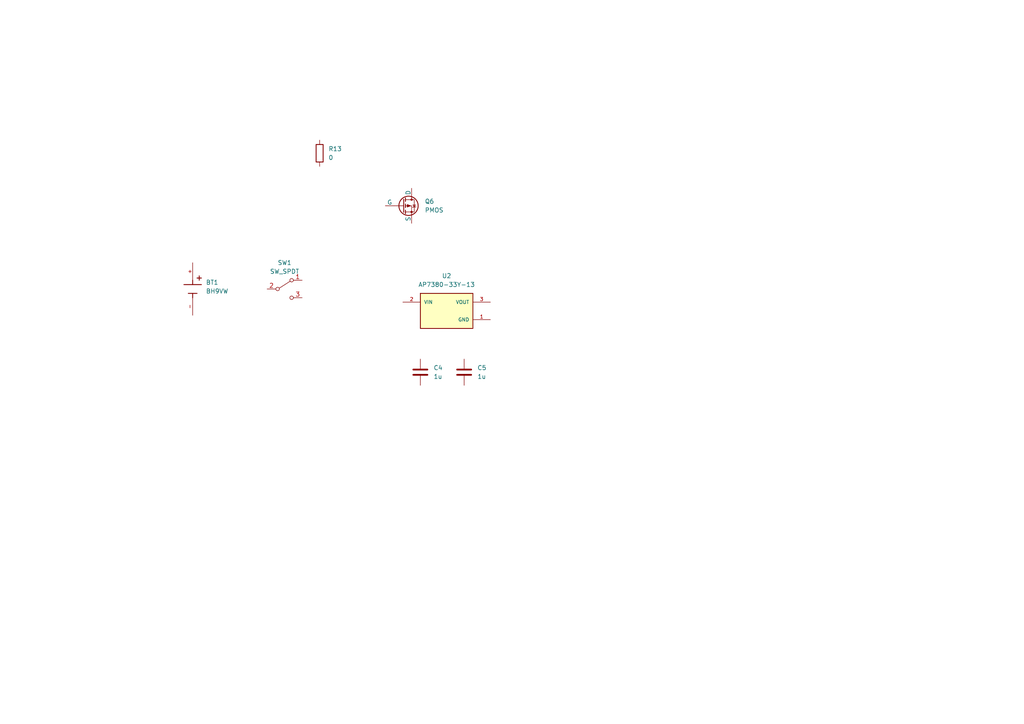
<source format=kicad_sch>
(kicad_sch (version 20230121) (generator eeschema)
  (paper "A4")
  (lib_symbols
    (symbol "AP7380-33Y-13:AP7380-33Y-13" (pin_names (offset 1.016))
      (property "Reference" "U" (at -7.62 5.588 0))
      (property "Value" "AP7380-33Y-13" (at -7.62 -7.62 0))
      (symbol "AP7380-33Y-13_0_0"
        (rectangle (start -7.62 -5.08) (end 7.62 5.08) (stroke (width 0.254)) (fill (type background)))
        (pin power_in line (at 12.7 -2.54 180) (length 5.08) (name "GND") (number "1"))
        (pin input line (at -12.7 2.54 0) (length 5.08) (name "VIN") (number "2"))
        (pin output line (at 12.7 2.54 180) (length 5.08) (name "VOUT") (number "3"))
      )
    )
    (symbol "BH9VW:BH9VW" (pin_names (offset 1.016))
      (property "Reference" "BT" (at -3.81 3.81 0))
      (property "Value" "BH9VW" (at -3.81 -5.08 0))
      (symbol "BH9VW_0_0"
        (polyline (pts (xy -3.81 1.905) (xy -2.54 1.905)) (stroke (width 0.254)))
        (polyline (pts (xy -3.175 2.54) (xy -3.175 1.27)) (stroke (width 0.254)))
        (polyline (pts (xy -1.27 0) (xy -2.54 0)) (stroke (width 0.254)))
        (polyline (pts (xy -1.27 0) (xy -1.27 -2.54)) (stroke (width 0.254)))
        (polyline (pts (xy -1.27 2.54) (xy -1.27 0)) (stroke (width 0.254)))
        (polyline (pts (xy 1.27 0) (xy 1.27 -1.27)) (stroke (width 0.254)))
        (polyline (pts (xy 1.27 0) (xy 2.54 0)) (stroke (width 0.254)))
        (polyline (pts (xy 1.27 1.27) (xy 1.27 0)) (stroke (width 0.254)))
        (pin passive line (at -7.62 0 0) (length 5.08) (name "~") (number "+"))
        (pin passive line (at 7.62 0 180) (length 5.08) (name "~") (number "-"))
      )
    )
    (symbol "Device:C" (pin_numbers hide) (pin_names (offset 0.254))
      (property "Reference" "C" (at 0.635 2.54 0))
      (property "Value" "C" (at 0.635 -2.54 0))
      (symbol "C_0_1"
        (polyline (pts (xy -2.032 -0.762) (xy 2.032 -0.762)) (stroke (width 0.508)))
        (polyline (pts (xy -2.032 0.762) (xy 2.032 0.762)) (stroke (width 0.508)))
      )
      (symbol "C_1_1"
        (pin passive line (at 0 3.81 270) (length 2.794) (name "~") (number "1"))
        (pin passive line (at 0 -3.81 90) (length 2.794) (name "~") (number "2"))
      )
    )
    (symbol "Device:R" (pin_numbers hide) (pin_names (offset 0))
      (property "Reference" "R" (at 2.032 0 90))
      (property "Value" "R" (at 0 0 90))
      (symbol "R_0_1"
        (rectangle (start -1.016 -2.54) (end 1.016 2.54) (stroke (width 0.254)))
      )
      (symbol "R_1_1"
        (pin passive line (at 0 3.81 270) (length 1.27) (name "~") (number "1"))
        (pin passive line (at 0 -3.81 90) (length 1.27) (name "~") (number "2"))
      )
    )
    (symbol "Simulation_SPICE:PMOS" (pin_numbers hide) (pin_names (offset 0))
      (property "Reference" "Q" (at 5.08 1.27 0))
      (property "Value" "PMOS" (at 5.08 -1.27 0))
      (symbol "PMOS_0_1"
        (polyline (pts (xy 0.254 0) (xy -2.54 0)))
        (polyline (pts (xy 0.254 1.905) (xy 0.254 -1.905)) (stroke (width 0.254)))
        (polyline (pts (xy 0.762 -1.27) (xy 0.762 -2.286)) (stroke (width 0.254)))
        (polyline (pts (xy 0.762 0.508) (xy 0.762 -0.508)) (stroke (width 0.254)))
        (polyline (pts (xy 0.762 2.286) (xy 0.762 1.27)) (stroke (width 0.254)))
        (polyline (pts (xy 2.54 2.54) (xy 2.54 1.778)))
        (polyline (pts (xy 2.54 -2.54) (xy 2.54 0) (xy 0.762 0)))
        (polyline (pts (xy 0.762 1.778) (xy 3.302 1.778) (xy 3.302 -1.778) (xy 0.762 -1.778)))
        (polyline (pts (xy 2.286 0) (xy 1.27 0.381) (xy 1.27 -0.381) (xy 2.286 0)) (fill (type outline)))
        (polyline (pts (xy 2.794 -0.508) (xy 2.921 -0.381) (xy 3.683 -0.381) (xy 3.81 -0.254)))
        (polyline (pts (xy 3.302 -0.381) (xy 2.921 0.254) (xy 3.683 0.254) (xy 3.302 -0.381)))
        (circle (center 1.651 0) (radius 2.794) (stroke (width 0.254)))
        (circle (center 2.54 -1.778) (radius 0.254) (fill (type outline)))
        (circle (center 2.54 1.778) (radius 0.254) (fill (type outline)))
      )
      (symbol "PMOS_1_1"
        (pin passive line (at 2.54 5.08 270) (length 2.54) (name "D") (number "1"))
        (pin input line (at -5.08 0 0) (length 2.54) (name "G") (number "2"))
        (pin passive line (at 2.54 -5.08 90) (length 2.54) (name "S") (number "3"))
      )
    )
    (symbol "Switch:SW_SPDT" (pin_names (offset 0) hide)
      (property "Reference" "SW" (at 0 4.318 0))
      (property "Value" "SW_SPDT" (at 0 -5.08 0))
      (symbol "SW_SPDT_0_0"
        (circle (center -2.032 0) (radius 0.508))
        (circle (center 2.032 -2.54) (radius 0.508))
      )
      (symbol "SW_SPDT_0_1"
        (polyline (pts (xy -1.524 0.254) (xy 1.651 2.286)))
        (circle (center 2.032 2.54) (radius 0.508))
      )
      (symbol "SW_SPDT_1_1"
        (pin passive line (at 5.08 2.54 180) (length 2.54) (name "A") (number "1"))
        (pin passive line (at -5.08 0 0) (length 2.54) (name "B") (number "2"))
        (pin passive line (at 5.08 -2.54 180) (length 2.54) (name "C") (number "3"))
      )
    )
  )
  (symbol (lib_id "Device:C") (at 121.92 107.95 0) (unit 1)
    (property "Reference" "C4" (at 125.73 106.68 0) (effects (justify left)))
    (property "Value" "1u" (at 125.73 109.22 0) (effects (justify left)))
  )
  (symbol (lib_id "Device:R") (at 92.71 44.45 0) (unit 1)
    (property "Reference" "R13" (at 95.25 43.18 0) (effects (justify left)))
    (property "Value" "0" (at 95.25 45.72 0) (effects (justify left)))
  )
  (symbol (lib_id "Switch:SW_SPDT") (at 82.55 83.82 0) (unit 1)
    (property "Reference" "SW1" (at 82.55 76.2 0))
    (property "Value" "SW_SPDT" (at 82.55 78.74 0))
  )
  (symbol (lib_id "BH9VW:BH9VW") (at 55.88 83.82 270) (unit 1)
    (property "Reference" "BT1" (at 59.69 81.915 90) (effects (justify left)))
    (property "Value" "BH9VW" (at 59.69 84.455 90) (effects (justify left)))
    (property "Footprint" "BAT_BH9VW" (effects hide))
    (property "DigiKey_Part_Number" "BH9VW-ND" (effects hide))
    (property "MF" "MPD (Memory" (effects hide))
    (property "MAXIMUM_PACKAGE_HEIGHT" "20.62mm" (effects hide))
    (property "Package" "TSSOP-16 MPD" (effects hide))
    (property "Check_prices" "https://www.snapeda.com/parts/BH9VW/MPD+%2528Memory+Protection+Devices%2529/view-part/?ref=eda" (effects hide))
    (property "STANDARD" "Manufacturer Recommendations" (effects hide))
    (property "PARTREV" "D" (effects hide))
    (property "SnapEDA_Link" "https://www.snapeda.com/parts/BH9VW/MPD+%2528Memory+Protection+Devices%2529/view-part/?ref=snap" (effects hide))
    (property "MP" "BH9VW" (effects hide))
    (property "Purchase-URL" "https://pricing.snapeda.com/search?q=BH9VW&ref=eda" (effects hide))
    (property "Description" "\nBattery Holder (Open) 9V 1 Cell Wire Leads - 6 (152.4mm)\n" (effects hide))
    (property "MANUFACTURER" "MPD" (effects hide))
  )
  (symbol (lib_id "AP7380-33Y-13:AP7380-33Y-13") (at 129.54 90.17 0) (unit 1)
    (property "Reference" "U2" (at 129.54 80.01 0))
    (property "Value" "AP7380-33Y-13" (at 129.54 82.55 0))
    (property "Footprint" "VREG_AP7380-33Y-13" (effects hide))
    (property "DigiKey_Part_Number" "AP7380-33Y-13DITR-ND" (effects hide))
    (property "MF" "Diodes Incorporated" (effects hide))
    (property "Purchase-URL" "https://pricing.snapeda.com/search?q=AP7380-33Y-13&ref=eda" (effects hide))
    (property "Package" "TO-243AA Diodes Incorporated" (effects hide))
    (property "Check_prices" "https://www.snapeda.com/parts/AP7380-33Y-13/Diodes+Inc./view-part/?ref=eda" (effects hide))
    (property "STANDARD" "Manufacturer Recommendations" (effects hide))
    (property "PARTREV" "5" (effects hide))
    (property "SnapEDA_Link" "https://www.snapeda.com/parts/AP7380-33Y-13/Diodes+Inc./view-part/?ref=snap" (effects hide))
    (property "MP" "AP7380-33Y-13" (effects hide))
    (property "Description" "\nLinear Voltage Regulator IC Positive Fixed 1 Output 150mA SOT-89-3\n" (effects hide))
    (property "MANUFACTURER" "Diodes Inc" (effects hide))
  )
  (symbol (lib_id "Device:C") (at 134.62 107.95 0) (unit 1)
    (property "Reference" "C5" (at 138.43 106.68 0) (effects (justify left)))
    (property "Value" "1u" (at 138.43 109.22 0) (effects (justify left)))
  )
  (symbol (lib_id "Simulation_SPICE:PMOS") (at 116.84 59.69 0) (unit 1)
    (property "Reference" "Q6" (at 123.19 58.42 0) (effects (justify left)))
    (property "Value" "PMOS" (at 123.19 60.96 0) (effects (justify left)))
    (property "Datasheet" "https://ngspice.sourceforge.io/docs/ngspice-manual.pdf" (effects hide))
    (property "Sim.Device" "PMOS" (effects hide))
    (property "Sim.Type" "VDMOS" (effects hide))
    (property "Sim.Pins" "1=D 2=G 3=S" (effects hide))
  )
)
</source>
